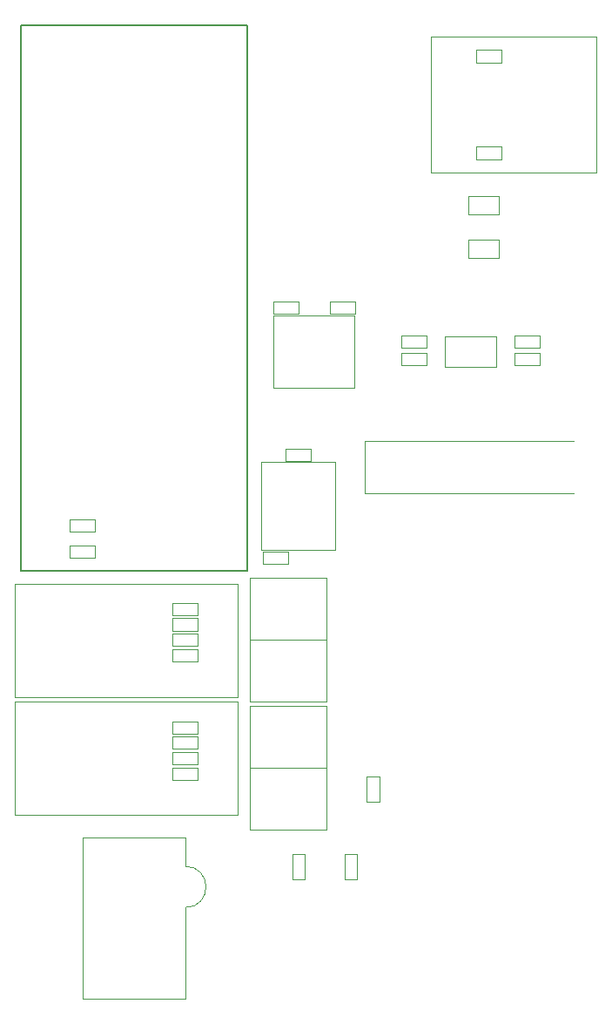
<source format=gbr>
%TF.GenerationSoftware,Altium Limited,Altium Designer,25.2.1 (25)*%
G04 Layer_Color=32768*
%FSLAX43Y43*%
%MOMM*%
%TF.SameCoordinates,F457C3C9-6880-4064-B818-50B76E06CF19*%
%TF.FilePolarity,Positive*%
%TF.FileFunction,Other,Mechanical_15*%
%TF.Part,Single*%
G01*
G75*
%TA.AperFunction,NonConductor*%
%ADD34C,0.200*%
%ADD60C,0.100*%
%ADD62C,0.050*%
D34*
X3000Y36720D02*
Y89720D01*
X25000Y36720D02*
Y89720D01*
X3000D02*
X25000D01*
X3000Y36720D02*
X25000D01*
D60*
X19000Y4000D02*
G03*
X19000Y8000I0J2000D01*
G01*
X2438Y13000D02*
X24062D01*
X2438Y24000D02*
X24062D01*
X2438Y13000D02*
Y24000D01*
X24062Y13000D02*
Y24000D01*
X2438Y24400D02*
X24062D01*
X2438Y35400D02*
X24062D01*
X2438Y24400D02*
Y35400D01*
X24062Y24400D02*
Y35400D01*
X36480Y49310D02*
X56800D01*
X36480Y44230D02*
Y49310D01*
X36480Y44230D02*
X56800D01*
X19000Y8000D02*
Y10800D01*
X9000D02*
X19000D01*
Y-4900D02*
Y4000D01*
X9000Y-4900D02*
X19000D01*
X9000D02*
Y10800D01*
X33025Y61650D02*
Y62850D01*
X35475D01*
Y61650D02*
Y62850D01*
X33025Y61650D02*
X35475D01*
X51025Y56650D02*
X53475D01*
Y57850D01*
X51025D02*
X53475D01*
X51025Y56650D02*
Y57850D01*
Y58400D02*
X53475D01*
Y59600D01*
X51025D02*
X53475D01*
X51025Y58400D02*
Y59600D01*
X29400Y6775D02*
Y9225D01*
Y6775D02*
X30600D01*
Y9225D01*
X29400D02*
X30600D01*
X34480Y6775D02*
Y9225D01*
Y6775D02*
X35680D01*
Y9225D01*
X34480D02*
X35680D01*
X7775Y39190D02*
X10225D01*
X7775Y37990D02*
Y39190D01*
Y37990D02*
X10225D01*
Y39190D01*
X7775Y41730D02*
X10225D01*
X7775Y40530D02*
Y41730D01*
Y40530D02*
X10225D01*
Y41730D01*
X47275Y77900D02*
X49725D01*
X47275Y76700D02*
Y77900D01*
Y76700D02*
X49725D01*
Y77900D01*
X47275Y87300D02*
X49725D01*
X47275Y86100D02*
Y87300D01*
Y86100D02*
X49725D01*
Y87300D01*
X40025Y58400D02*
Y59600D01*
X42475D01*
Y58400D02*
Y59600D01*
X40025Y58400D02*
X42475D01*
X29975Y61650D02*
Y62850D01*
X27525Y61650D02*
X29975D01*
X27525D02*
Y62850D01*
X29975D01*
X40025Y56650D02*
Y57850D01*
X42475D01*
Y56650D02*
Y57850D01*
X40025Y56650D02*
X42475D01*
X36650Y16725D02*
X37850D01*
Y14275D02*
Y16725D01*
X36650Y14275D02*
X37850D01*
X36650D02*
Y16725D01*
X17775Y32400D02*
X20225D01*
Y33600D01*
X17775D02*
X20225D01*
X17775Y32400D02*
Y33600D01*
Y20900D02*
X20225D01*
Y22100D01*
X17775D02*
X20225D01*
X17775Y20900D02*
Y22100D01*
Y19400D02*
X20225D01*
Y20600D01*
X17775D02*
X20225D01*
X17775Y19400D02*
Y20600D01*
Y30900D02*
X20225D01*
Y32100D01*
X17775D02*
X20225D01*
X17775Y30900D02*
Y32100D01*
Y16400D02*
Y17600D01*
X20225D01*
Y16400D02*
Y17600D01*
X17775Y16400D02*
X20225D01*
X17775Y17900D02*
Y19100D01*
X20225D01*
Y17900D02*
Y19100D01*
X17775Y17900D02*
X20225D01*
X17775Y27900D02*
Y29100D01*
X20225D01*
Y27900D02*
Y29100D01*
X17775Y27900D02*
X20225D01*
X17775Y29400D02*
Y30600D01*
X20225D01*
Y29400D02*
Y30600D01*
X17775Y29400D02*
X20225D01*
X31225Y47400D02*
Y48600D01*
X28775Y47400D02*
X31225D01*
X28775D02*
Y48600D01*
X31225D01*
X35425Y54450D02*
Y61550D01*
X27575Y54450D02*
X35425D01*
X27575D02*
Y61550D01*
X35425D01*
X28975Y37400D02*
Y38600D01*
X26525Y37400D02*
X28975D01*
X26525D02*
Y38600D01*
X28975D01*
X44250Y56500D02*
Y59500D01*
X49250Y56500D02*
Y59500D01*
X44250Y56500D02*
X49250D01*
X44250Y59500D02*
X49250D01*
X49450Y71350D02*
Y73150D01*
X46550Y71350D02*
Y73150D01*
X49450D01*
X46550Y71350D02*
X49450D01*
X42862Y75400D02*
X59000D01*
X42862D02*
Y88600D01*
X59000D01*
Y75400D02*
Y88600D01*
X46550Y67100D02*
X49450D01*
X46550Y68900D02*
X49450D01*
X46550Y67100D02*
Y68900D01*
X49450Y67100D02*
Y68900D01*
D62*
X25250Y11600D02*
X32750D01*
X25250Y17600D02*
X32750D01*
X25250Y11600D02*
Y17600D01*
X32750Y11600D02*
Y17600D01*
X26400Y38725D02*
X33600D01*
X26400D02*
Y47275D01*
X33600D01*
Y38725D02*
Y47275D01*
X25250Y24000D02*
X32750D01*
X25250Y30000D02*
X32750D01*
X25250Y24000D02*
Y30000D01*
X32750Y24000D02*
Y30000D01*
X25250Y30000D02*
X32750D01*
X25250Y36000D02*
X32750D01*
X25250Y30000D02*
Y36000D01*
X32750Y30000D02*
Y36000D01*
Y17600D02*
Y23600D01*
X25250Y17600D02*
Y23600D01*
X32750D01*
X25250Y17600D02*
X32750D01*
%TF.MD5,8697fc44497e1426e6b8df3a392a2baa*%
M02*

</source>
